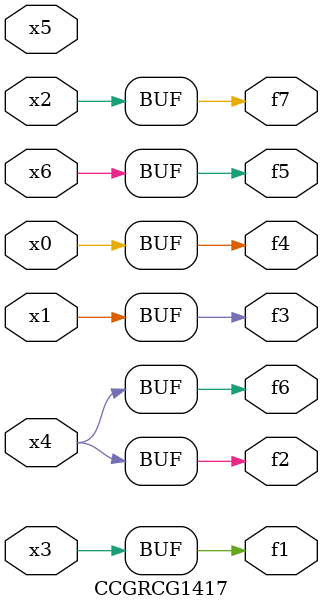
<source format=v>
module CCGRCG1417(
	input x0, x1, x2, x3, x4, x5, x6,
	output f1, f2, f3, f4, f5, f6, f7
);
	assign f1 = x3;
	assign f2 = x4;
	assign f3 = x1;
	assign f4 = x0;
	assign f5 = x6;
	assign f6 = x4;
	assign f7 = x2;
endmodule

</source>
